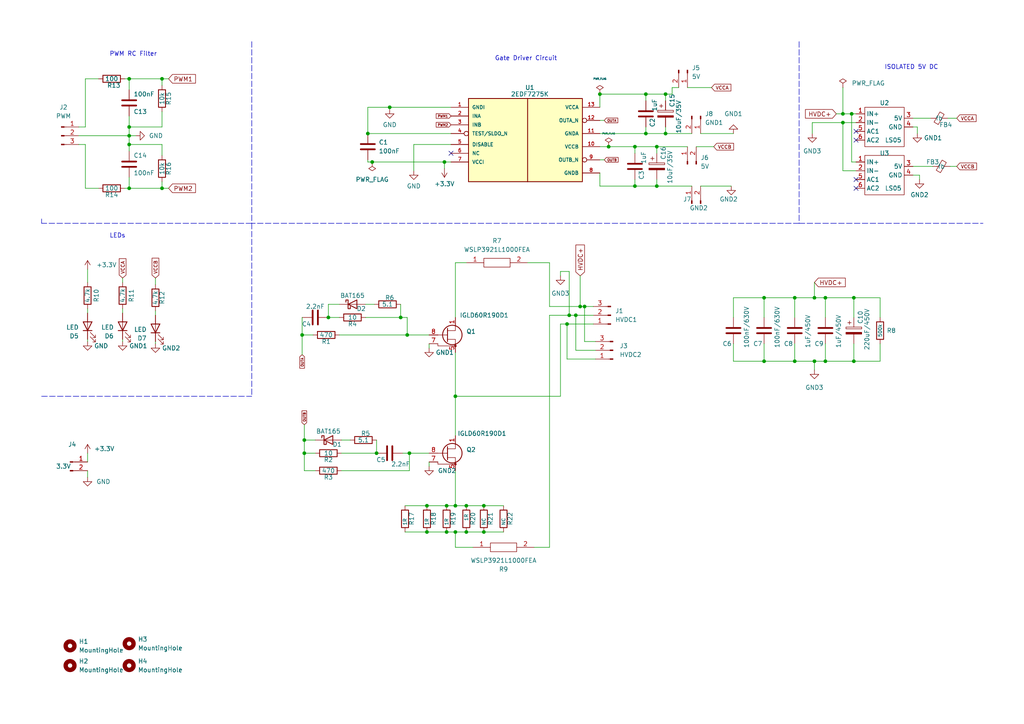
<source format=kicad_sch>
(kicad_sch (version 20211123) (generator eeschema)
  (paper "A4")
  (lib_symbols
    (symbol "2EDF7275K:2EDF7275K" (pin_names (offset 1.016))
      (property "Reference" "U1" (at 17.78 1.27 0))
      (property "Value" "2EDF7275K" (at 17.78 -0.635 0))
      (symbol "2EDF7275K_0_0"
        (rectangle (start 0 -1.905) (end 33.02 -26.035) (stroke (width 0.254)) (fill (type background)))
        (polyline (pts (xy 17.145 -1.905) (xy 17.145 -26.035)) (stroke (width 0.254)))
        (pin power_in line (at -5.08 -4.445 0) (length 5.08) (name "GNDI") (number "1"))
        (pin power_in line (at 38.1 -15.875 180) (length 5.08) (name "VCCB") (number "10"))
        (pin power_in line (at 38.1 -12.065 180) (length 5.08) (name "GNDA") (number "11"))
        (pin output inverted (at 38.1 -8.255 180) (length 5.08) (name "OUTA_N") (number "12"))
        (pin power_in line (at 38.1 -4.445 180) (length 5.08) (name "VCCA") (number "13"))
        (pin input line (at -5.08 -6.985 0) (length 5.08) (name "INA") (number "2"))
        (pin input line (at -5.08 -9.525 0) (length 5.08) (name "INB") (number "3"))
        (pin input inverted (at -5.08 -12.065 0) (length 5.08) (name "TEST/SLDO_N") (number "4"))
        (pin input line (at -5.08 -15.24 0) (length 5.08) (name "DISABLE") (number "5"))
        (pin passive line (at -5.08 -17.78 0) (length 5.08) (name "NC") (number "6"))
        (pin power_in line (at -5.08 -20.32 0) (length 5.08) (name "VCCI") (number "7"))
        (pin power_in line (at 38.1 -23.495 180) (length 5.08) (name "GNDB") (number "8"))
        (pin output inverted (at 38.1 -19.685 180) (length 5.08) (name "OUTB_N") (number "9"))
      )
    )
    (symbol "Connector:Conn_01x02_Male" (pin_names (offset 1.016) hide)
      (property "Reference" "J" (at 0 2.54 0))
      (property "Value" "Conn_01x02_Male" (at 0 -5.08 0))
      (symbol "Conn_01x02_Male_1_1"
        (polyline (pts (xy 1.27 -2.54) (xy 0.8636 -2.54)) (stroke (width 0.1524)))
        (polyline (pts (xy 1.27 0) (xy 0.8636 0)) (stroke (width 0.1524)))
        (rectangle (start 0.8636 -2.413) (end 0 -2.667) (stroke (width 0.1524)) (fill (type outline)))
        (rectangle (start 0.8636 0.127) (end 0 -0.127) (stroke (width 0.1524)) (fill (type outline)))
        (pin passive line (at 5.08 0 180) (length 3.81) (name "Pin_1") (number "1"))
        (pin passive line (at 5.08 -2.54 180) (length 3.81) (name "Pin_2") (number "2"))
      )
    )
    (symbol "Connector:Conn_01x03_Male" (pin_names (offset 1.016) hide)
      (property "Reference" "J" (at 0 5.08 0))
      (property "Value" "Conn_01x03_Male" (at 0 -5.08 0))
      (symbol "Conn_01x03_Male_1_1"
        (polyline (pts (xy 1.27 -2.54) (xy 0.8636 -2.54)) (stroke (width 0.1524)))
        (polyline (pts (xy 1.27 0) (xy 0.8636 0)) (stroke (width 0.1524)))
        (polyline (pts (xy 1.27 2.54) (xy 0.8636 2.54)) (stroke (width 0.1524)))
        (rectangle (start 0.8636 -2.413) (end 0 -2.667) (stroke (width 0.1524)) (fill (type outline)))
        (rectangle (start 0.8636 0.127) (end 0 -0.127) (stroke (width 0.1524)) (fill (type outline)))
        (rectangle (start 0.8636 2.667) (end 0 2.413) (stroke (width 0.1524)) (fill (type outline)))
        (pin passive line (at 5.08 2.54 180) (length 3.81) (name "Pin_1") (number "1"))
        (pin passive line (at 5.08 0 180) (length 3.81) (name "Pin_2") (number "2"))
        (pin passive line (at 5.08 -2.54 180) (length 3.81) (name "Pin_3") (number "3"))
      )
    )
    (symbol "DC-DC Powersupply:LS05"
      (property "Reference" "U" (at -5.08 6.35 0))
      (property "Value" "LS05" (at 3.175 -3.81 0))
      (symbol "LS05_0_1"
        (rectangle (start -5.715 5.715) (end 5.715 -5.715))
      )
      (symbol "LS05_1_1"
        (pin power_in line (at -8.255 3.81 0) (length 2.54) (name "IN+") (number "1"))
        (pin power_in line (at -8.255 1.27 0) (length 2.54) (name "IN-") (number "2"))
        (pin power_out line (at 8.255 2.54 180) (length 2.54) (name "5V") (number "3"))
        (pin power_out line (at 8.255 0 180) (length 2.54) (name "GND") (number "4"))
        (pin power_in line (at -8.255 -1.27 0) (length 2.54) (name "AC1") (number "5"))
        (pin power_in line (at -8.255 -3.81 0) (length 2.54) (name "AC2") (number "6"))
      )
    )
    (symbol "Device:C" (pin_numbers hide) (pin_names (offset 0.254))
      (property "Reference" "C" (at 0.635 2.54 0))
      (property "Value" "C" (at 0.635 -2.54 0))
      (symbol "C_0_1"
        (polyline (pts (xy -2.032 -0.762) (xy 2.032 -0.762)) (stroke (width 0.508)))
        (polyline (pts (xy -2.032 0.762) (xy 2.032 0.762)) (stroke (width 0.508)))
      )
      (symbol "C_1_1"
        (pin passive line (at 0 3.81 270) (length 2.794) (name "~") (number "1"))
        (pin passive line (at 0 -3.81 90) (length 2.794) (name "~") (number "2"))
      )
    )
    (symbol "Device:C_Polarized" (pin_numbers hide) (pin_names (offset 0.254))
      (property "Reference" "C" (at 0.635 2.54 0))
      (property "Value" "C_Polarized" (at 0.635 -2.54 0))
      (symbol "C_Polarized_0_1"
        (rectangle (start -2.286 0.508) (end 2.286 1.016))
        (polyline (pts (xy -1.778 2.286) (xy -0.762 2.286)))
        (polyline (pts (xy -1.27 2.794) (xy -1.27 1.778)))
        (rectangle (start 2.286 -0.508) (end -2.286 -1.016) (fill (type outline)))
      )
      (symbol "C_Polarized_1_1"
        (pin passive line (at 0 3.81 270) (length 2.794) (name "~") (number "1"))
        (pin passive line (at 0 -3.81 90) (length 2.794) (name "~") (number "2"))
      )
    )
    (symbol "Device:D_Schottky" (pin_numbers hide) (pin_names (offset 1.016) hide)
      (property "Reference" "D" (at 0 2.54 0))
      (property "Value" "D_Schottky" (at 0 -2.54 0))
      (symbol "D_Schottky_0_1"
        (polyline (pts (xy 1.27 0) (xy -1.27 0)))
        (polyline (pts (xy 1.27 1.27) (xy 1.27 -1.27) (xy -1.27 0) (xy 1.27 1.27)) (stroke (width 0.254)))
        (polyline (pts (xy -1.905 0.635) (xy -1.905 1.27) (xy -1.27 1.27) (xy -1.27 -1.27) (xy -0.635 -1.27) (xy -0.635 -0.635)) (stroke (width 0.254)))
      )
      (symbol "D_Schottky_1_1"
        (pin passive line (at -3.81 0 0) (length 2.54) (name "K") (number "1"))
        (pin passive line (at 3.81 0 180) (length 2.54) (name "A") (number "2"))
      )
    )
    (symbol "Device:FerriteBead_Small" (pin_numbers hide) (pin_names (offset 0))
      (property "Reference" "FB" (at 1.905 1.27 0))
      (property "Value" "FerriteBead_Small" (at 1.905 -1.27 0))
      (symbol "FerriteBead_Small_0_1"
        (polyline (pts (xy 0 -1.27) (xy 0 -0.7874)))
        (polyline (pts (xy 0 0.889) (xy 0 1.2954)))
        (polyline (pts (xy -1.8288 0.2794) (xy -1.1176 1.4986) (xy 1.8288 -0.2032) (xy 1.1176 -1.4224) (xy -1.8288 0.2794)))
      )
      (symbol "FerriteBead_Small_1_1"
        (pin passive line (at 0 2.54 270) (length 1.27) (name "~") (number "1"))
        (pin passive line (at 0 -2.54 90) (length 1.27) (name "~") (number "2"))
      )
    )
    (symbol "Device:LED" (pin_numbers hide) (pin_names (offset 1.016) hide)
      (property "Reference" "D" (at 0 2.54 0))
      (property "Value" "LED" (at 0 -2.54 0))
      (symbol "LED_0_1"
        (polyline (pts (xy -1.27 -1.27) (xy -1.27 1.27)) (stroke (width 0.254)))
        (polyline (pts (xy -1.27 0) (xy 1.27 0)))
        (polyline (pts (xy 1.27 -1.27) (xy 1.27 1.27) (xy -1.27 0) (xy 1.27 -1.27)) (stroke (width 0.254)))
        (polyline (pts (xy -3.048 -0.762) (xy -4.572 -2.286) (xy -3.81 -2.286) (xy -4.572 -2.286) (xy -4.572 -1.524)))
        (polyline (pts (xy -1.778 -0.762) (xy -3.302 -2.286) (xy -2.54 -2.286) (xy -3.302 -2.286) (xy -3.302 -1.524)))
      )
      (symbol "LED_1_1"
        (pin passive line (at -3.81 0 0) (length 2.54) (name "K") (number "1"))
        (pin passive line (at 3.81 0 180) (length 2.54) (name "A") (number "2"))
      )
    )
    (symbol "Device:R" (pin_numbers hide) (pin_names (offset 0))
      (property "Reference" "R" (at 2.032 0 90))
      (property "Value" "R" (at 0 0 90))
      (symbol "R_0_1"
        (rectangle (start -1.016 -2.54) (end 1.016 2.54) (stroke (width 0.254)))
      )
      (symbol "R_1_1"
        (pin passive line (at 0 3.81 270) (length 1.27) (name "~") (number "1"))
        (pin passive line (at 0 -3.81 90) (length 1.27) (name "~") (number "2"))
      )
    )
    (symbol "Mechanical:MountingHole" (pin_names (offset 1.016))
      (property "Reference" "H" (at 0 5.08 0))
      (property "Value" "MountingHole" (at 0 3.175 0))
      (symbol "MountingHole_0_1"
        (circle (center 0 0) (radius 1.27) (stroke (width 1.27)))
      )
    )
    (symbol "Transistor_FET:IGLD60R190D1" (pin_names (offset 0) hide)
      (property "Reference" "Q" (at 5.08 1.905 0))
      (property "Value" "IGLD60R190D1" (at 5.08 0 0))
      (symbol "IGLD60R190D1_0_1"
        (polyline (pts (xy -2.54 0) (xy 0.254 0)))
        (polyline (pts (xy -2.54 -2.54) (xy -2.54 -3.175) (xy 2.54 -3.175)))
        (polyline (pts (xy 0.254 -1.27) (xy 2.54 -1.27) (xy 2.54 -2.54)))
        (polyline (pts (xy 0.254 1.905) (xy 0.254 -1.905) (xy 0.254 -1.905)) (stroke (width 0.254)))
        (polyline (pts (xy 2.54 2.54) (xy 2.54 1.27) (xy 0.254 1.27)))
        (circle (center 1.651 0) (radius 2.8194) (stroke (width 0.254)))
        (circle (center 2.54 -3.175) (radius 0.2794) (fill (type outline)))
      )
      (symbol "IGLD60R190D1_1_1"
        (pin passive line (at 2.54 5.08 270) (length 2.54) (name "D") (number "1"))
        (pin passive line (at 2.54 5.08 270) (length 2.54) hide (name "D") (number "2"))
        (pin passive line (at 2.54 5.08 270) (length 2.54) hide (name "D") (number "3"))
        (pin passive line (at 2.54 5.08 270) (length 2.54) hide (name "D") (number "4"))
        (pin passive line (at 2.54 -5.08 90) (length 2.54) (name "S") (number "5"))
        (pin passive line (at 2.54 -5.08 90) (length 2.54) hide (name "S") (number "6"))
        (pin passive line (at -5.08 -2.54 0) (length 2.54) (name "SS") (number "7"))
        (pin input line (at -5.08 0 0) (length 2.54) (name "G") (number "8"))
        (pin passive line (at 2.54 -5.08 90) (length 2.54) hide (name "S") (number "9"))
      )
    )
    (symbol "WSLP3921L1000FEA:WSLP3921L1000FEA" (pin_names (offset 0.762))
      (property "Reference" "R" (at 13.97 6.35 0))
      (property "Value" "WSLP3921L1000FEA" (at 13.97 3.81 0))
      (symbol "WSLP3921L1000FEA_0_0"
        (pin passive line (at 0 0 0) (length 5.08) (name "~") (number "1"))
        (pin passive line (at 17.78 0 180) (length 5.08) (name "~") (number "2"))
      )
      (symbol "WSLP3921L1000FEA_0_1"
        (polyline (pts (xy 5.08 1.27) (xy 12.7 1.27) (xy 12.7 -1.27) (xy 5.08 -1.27) (xy 5.08 1.27)) (stroke (width 0.1524)))
      )
    )
    (symbol "power:+3.3V" (power) (pin_names (offset 0))
      (property "Value" "+3.3V" (at 0 3.556 0))
      (symbol "+3.3V_0_1"
        (polyline (pts (xy -0.762 1.27) (xy 0 2.54)))
        (polyline (pts (xy 0 0) (xy 0 2.54)))
        (polyline (pts (xy 0 2.54) (xy 0.762 1.27)))
      )
      (symbol "+3.3V_1_1"
        (pin power_in line (at 0 0 90) (length 0) hide (name "+3.3V") (number "1"))
      )
    )
    (symbol "power:GND" (power) (pin_names (offset 0))
      (property "Value" "GND" (at 0 -3.81 0))
      (symbol "GND_0_1"
        (polyline (pts (xy 0 0) (xy 0 -1.27) (xy 1.27 -1.27) (xy 0 -2.54) (xy -1.27 -1.27) (xy 0 -1.27)))
      )
      (symbol "GND_1_1"
        (pin power_in line (at 0 0 270) (length 0) hide (name "GND") (number "1"))
      )
    )
    (symbol "power:GND1" (power) (pin_names (offset 0))
      (property "Value" "GND1" (at 0 -3.81 0))
      (symbol "GND1_0_1"
        (polyline (pts (xy 0 0) (xy 0 -1.27) (xy 1.27 -1.27) (xy 0 -2.54) (xy -1.27 -1.27) (xy 0 -1.27)))
      )
      (symbol "GND1_1_1"
        (pin power_in line (at 0 0 270) (length 0) hide (name "GND1") (number "1"))
      )
    )
    (symbol "power:GND2" (power) (pin_names (offset 0))
      (property "Value" "GND2" (at 0 -3.81 0))
      (symbol "GND2_0_1"
        (polyline (pts (xy 0 0) (xy 0 -1.27) (xy 1.27 -1.27) (xy 0 -2.54) (xy -1.27 -1.27) (xy 0 -1.27)))
      )
      (symbol "GND2_1_1"
        (pin power_in line (at 0 0 270) (length 0) hide (name "GND2") (number "1"))
      )
    )
    (symbol "power:GND3" (power) (pin_names (offset 0))
      (property "Value" "GND3" (at 0 -3.81 0))
      (symbol "GND3_0_1"
        (polyline (pts (xy 0 0) (xy 0 -1.27) (xy 1.27 -1.27) (xy 0 -2.54) (xy -1.27 -1.27) (xy 0 -1.27)))
      )
      (symbol "GND3_1_1"
        (pin power_in line (at 0 0 270) (length 0) hide (name "GND3") (number "1"))
      )
    )
    (symbol "power:PWR_FLAG" (power) (pin_numbers hide) (pin_names (offset 0) hide)
      (property "Value" "PWR_FLAG" (at 0 3.81 0))
      (symbol "PWR_FLAG_0_0"
        (pin power_out line (at 0 0 90) (length 0) (name "pwr") (number "1"))
      )
      (symbol "PWR_FLAG_0_1"
        (polyline (pts (xy 0 0) (xy 0 1.27) (xy -1.016 1.905) (xy 0 2.54) (xy 1.016 1.905) (xy 0 1.27)))
      )
    )
  )
  (junction (at 193.04 27.305))
  (junction (at 88.265 127.635))
  (junction (at 247.65 104.775))
  (junction (at 37.465 54.61))
  (junction (at 109.22 131.445))
  (junction (at 140.335 146.685))
  (junction (at 169.545 88.9))
  (junction (at 230.505 104.775))
  (junction (at 187.325 27.305))
  (junction (at 236.22 86.36))
  (junction (at 116.205 92.075))
  (junction (at 106.68 38.735))
  (junction (at 230.505 86.36))
  (junction (at 129.54 154.305))
  (junction (at 190.5 53.975))
  (junction (at 165.1 91.44))
  (junction (at 88.265 131.445))
  (junction (at 37.465 41.91))
  (junction (at 184.15 42.545))
  (junction (at 236.22 104.775))
  (junction (at 140.335 154.305))
  (junction (at 184.15 53.975))
  (junction (at 135.255 146.685))
  (junction (at 46.99 22.86))
  (junction (at 168.275 88.9))
  (junction (at 244.475 35.56))
  (junction (at 135.255 154.305))
  (junction (at 132.08 114.935))
  (junction (at 113.03 31.115))
  (junction (at 87.63 97.155))
  (junction (at 46.99 54.61))
  (junction (at 132.08 154.305))
  (junction (at 37.465 36.83))
  (junction (at 239.395 86.36))
  (junction (at 107.95 46.99))
  (junction (at 118.11 97.155))
  (junction (at 123.825 146.685))
  (junction (at 173.99 27.305))
  (junction (at 193.04 38.735))
  (junction (at 244.475 33.02))
  (junction (at 123.825 154.305))
  (junction (at 118.745 131.445))
  (junction (at 239.395 104.775))
  (junction (at 164.465 93.98))
  (junction (at 37.465 39.37))
  (junction (at 37.465 22.86))
  (junction (at 167.005 91.44))
  (junction (at 247.015 33.02))
  (junction (at 95.25 92.075))
  (junction (at 132.08 146.685))
  (junction (at 190.5 42.545))
  (junction (at 129.54 146.685))
  (junction (at 247.65 86.36))
  (junction (at 221.615 104.775))
  (junction (at 221.615 86.36))
  (junction (at 176.53 42.545))
  (junction (at 187.325 38.735))
  (junction (at 128.905 46.99))
  (no_connect (at 130.81 44.45))
  (no_connect (at 248.285 54.61))
  (no_connect (at 248.285 52.07))
  (no_connect (at 248.285 40.64))
  (no_connect (at 248.285 38.1))
  (wire (pts (xy 95.25 88.265) (xy 98.425 88.265)))
  (wire (pts (xy 24.765 54.61) (xy 24.765 41.91)))
  (wire (pts (xy 46.99 22.86) (xy 48.895 22.86)))
  (wire (pts (xy 164.465 93.98) (xy 172.085 93.98)))
  (polyline (pts (xy 12.065 114.935) (xy 73.025 114.935)))
  (wire (pts (xy 45.085 90.17) (xy 45.085 91.44)))
  (wire (pts (xy 106.68 38.735) (xy 130.81 38.735)))
  (wire (pts (xy 193.04 36.83) (xy 193.04 38.735)))
  (wire (pts (xy 187.325 29.21) (xy 187.325 27.305)))
  (wire (pts (xy 190.5 42.545) (xy 199.39 42.545)))
  (wire (pts (xy 99.06 131.445) (xy 109.22 131.445)))
  (wire (pts (xy 132.08 102.235) (xy 132.08 114.935)))
  (wire (pts (xy 172.72 99.06) (xy 169.545 99.06)))
  (wire (pts (xy 113.03 31.75) (xy 113.03 31.115)))
  (wire (pts (xy 248.285 49.53) (xy 244.475 49.53)))
  (polyline (pts (xy 231.775 64.77) (xy 285.115 64.77)))
  (wire (pts (xy 236.22 104.775) (xy 236.22 107.315)))
  (wire (pts (xy 173.99 46.355) (xy 175.26 46.355)))
  (wire (pts (xy 239.395 86.36) (xy 236.22 86.36)))
  (wire (pts (xy 24.765 22.86) (xy 28.575 22.86)))
  (wire (pts (xy 264.795 34.29) (xy 269.875 34.29)))
  (wire (pts (xy 124.46 135.255) (xy 124.46 133.985)))
  (wire (pts (xy 169.545 99.06) (xy 169.545 88.9)))
  (polyline (pts (xy 231.775 12.065) (xy 231.775 64.77)))
  (wire (pts (xy 212.725 92.075) (xy 212.725 86.36)))
  (wire (pts (xy 247.015 46.99) (xy 247.015 33.02)))
  (wire (pts (xy 168.275 80.01) (xy 168.275 88.9)))
  (wire (pts (xy 184.15 42.545) (xy 190.5 42.545)))
  (wire (pts (xy 221.615 86.36) (xy 221.615 92.075)))
  (wire (pts (xy 193.04 27.305) (xy 194.945 27.305)))
  (wire (pts (xy 120.015 41.91) (xy 120.015 49.53)))
  (wire (pts (xy 128.905 48.895) (xy 128.905 46.99)))
  (wire (pts (xy 173.99 31.115) (xy 173.99 27.305)))
  (wire (pts (xy 274.955 34.29) (xy 277.495 34.29)))
  (wire (pts (xy 168.275 88.9) (xy 169.545 88.9)))
  (wire (pts (xy 37.465 41.91) (xy 37.465 43.815)))
  (wire (pts (xy 193.04 38.735) (xy 200.66 38.735)))
  (wire (pts (xy 173.99 34.925) (xy 175.26 34.925)))
  (wire (pts (xy 230.505 86.36) (xy 230.505 92.075)))
  (wire (pts (xy 212.725 104.775) (xy 212.725 99.695)))
  (wire (pts (xy 106.68 31.115) (xy 113.03 31.115)))
  (wire (pts (xy 162.56 114.935) (xy 162.56 93.98)))
  (wire (pts (xy 176.53 42.545) (xy 184.15 42.545)))
  (wire (pts (xy 221.615 104.775) (xy 212.725 104.775)))
  (wire (pts (xy 46.99 24.765) (xy 46.99 22.86)))
  (wire (pts (xy 24.765 36.83) (xy 24.765 22.86)))
  (wire (pts (xy 113.03 31.115) (xy 130.81 31.115)))
  (wire (pts (xy 244.475 33.02) (xy 247.015 33.02)))
  (wire (pts (xy 37.465 22.86) (xy 37.465 26.035)))
  (wire (pts (xy 106.045 92.075) (xy 116.205 92.075)))
  (wire (pts (xy 203.2 53.975) (xy 212.09 53.975)))
  (wire (pts (xy 247.65 99.695) (xy 247.65 104.775)))
  (wire (pts (xy 35.56 80.645) (xy 35.56 81.915)))
  (wire (pts (xy 173.99 42.545) (xy 176.53 42.545)))
  (wire (pts (xy 87.63 97.155) (xy 87.63 92.075)))
  (wire (pts (xy 118.745 131.445) (xy 124.46 131.445)))
  (wire (pts (xy 221.615 99.695) (xy 221.615 104.775)))
  (polyline (pts (xy 73.025 64.77) (xy 73.025 114.935)))
  (wire (pts (xy 173.99 38.735) (xy 187.325 38.735)))
  (wire (pts (xy 98.425 92.075) (xy 95.25 92.075)))
  (wire (pts (xy 164.465 104.14) (xy 164.465 93.98)))
  (wire (pts (xy 247.65 86.36) (xy 239.395 86.36)))
  (wire (pts (xy 255.27 86.36) (xy 247.65 86.36)))
  (wire (pts (xy 90.805 97.155) (xy 87.63 97.155)))
  (wire (pts (xy 244.475 35.56) (xy 248.285 35.56)))
  (wire (pts (xy 162.56 78.74) (xy 162.56 80.01)))
  (wire (pts (xy 116.84 131.445) (xy 118.745 131.445)))
  (wire (pts (xy 132.08 154.305) (xy 135.255 154.305)))
  (wire (pts (xy 46.99 45.085) (xy 46.99 41.91)))
  (wire (pts (xy 88.265 123.19) (xy 88.265 127.635)))
  (wire (pts (xy 117.475 154.305) (xy 123.825 154.305)))
  (wire (pts (xy 140.335 146.685) (xy 146.05 146.685)))
  (wire (pts (xy 132.08 114.935) (xy 132.08 126.365)))
  (wire (pts (xy 184.15 52.07) (xy 184.15 53.975)))
  (wire (pts (xy 173.99 27.305) (xy 187.325 27.305)))
  (wire (pts (xy 230.505 99.695) (xy 230.505 104.775)))
  (wire (pts (xy 266.7 50.8) (xy 266.7 52.07)))
  (wire (pts (xy 244.475 25.4) (xy 244.475 33.02)))
  (wire (pts (xy 159.385 76.2) (xy 159.385 88.9)))
  (wire (pts (xy 22.86 36.83) (xy 24.765 36.83)))
  (wire (pts (xy 129.54 146.685) (xy 132.08 146.685)))
  (wire (pts (xy 35.56 99.06) (xy 35.56 98.425)))
  (polyline (pts (xy 231.775 64.77) (xy 73.025 64.77)))
  (wire (pts (xy 37.465 33.655) (xy 37.465 36.83)))
  (wire (pts (xy 22.86 41.91) (xy 24.765 41.91)))
  (wire (pts (xy 247.65 104.775) (xy 255.27 104.775)))
  (wire (pts (xy 99.06 127.635) (xy 101.6 127.635)))
  (wire (pts (xy 118.11 97.155) (xy 124.46 97.155)))
  (wire (pts (xy 203.2 38.735) (xy 212.725 38.735)))
  (wire (pts (xy 25.4 78.105) (xy 25.4 81.915)))
  (wire (pts (xy 135.255 146.685) (xy 140.335 146.685)))
  (wire (pts (xy 190.5 52.07) (xy 190.5 53.975)))
  (wire (pts (xy 36.195 54.61) (xy 37.465 54.61)))
  (wire (pts (xy 135.255 154.305) (xy 140.335 154.305)))
  (wire (pts (xy 46.99 54.61) (xy 37.465 54.61)))
  (wire (pts (xy 173.99 50.165) (xy 173.99 53.975)))
  (wire (pts (xy 91.44 131.445) (xy 88.265 131.445)))
  (wire (pts (xy 264.795 36.83) (xy 266.065 36.83)))
  (wire (pts (xy 173.99 53.975) (xy 184.15 53.975)))
  (wire (pts (xy 46.99 32.385) (xy 46.99 36.83)))
  (wire (pts (xy 184.15 53.975) (xy 190.5 53.975)))
  (wire (pts (xy 132.08 154.305) (xy 132.08 158.75)))
  (wire (pts (xy 46.99 22.86) (xy 37.465 22.86)))
  (wire (pts (xy 132.08 114.935) (xy 162.56 114.935)))
  (wire (pts (xy 22.86 39.37) (xy 37.465 39.37)))
  (wire (pts (xy 37.465 54.61) (xy 37.465 51.435)))
  (wire (pts (xy 87.63 102.87) (xy 87.63 97.155)))
  (wire (pts (xy 106.68 46.99) (xy 107.95 46.99)))
  (wire (pts (xy 242.57 33.02) (xy 244.475 33.02)))
  (wire (pts (xy 165.1 78.74) (xy 165.1 91.44)))
  (wire (pts (xy 128.905 46.99) (xy 130.81 46.99)))
  (wire (pts (xy 199.39 25.4) (xy 206.375 25.4)))
  (wire (pts (xy 109.22 131.445) (xy 109.22 127.635)))
  (wire (pts (xy 106.68 46.355) (xy 106.68 46.99)))
  (wire (pts (xy 132.08 136.525) (xy 132.08 146.685)))
  (polyline (pts (xy 73.025 64.77) (xy 12.065 64.77)))
  (wire (pts (xy 255.27 99.695) (xy 255.27 104.775)))
  (wire (pts (xy 25.4 131.445) (xy 25.4 133.985)))
  (wire (pts (xy 132.08 146.685) (xy 135.255 146.685)))
  (wire (pts (xy 37.465 36.83) (xy 37.465 39.37)))
  (wire (pts (xy 230.505 104.775) (xy 221.615 104.775)))
  (wire (pts (xy 46.99 54.61) (xy 48.895 54.61)))
  (wire (pts (xy 159.385 88.9) (xy 168.275 88.9)))
  (wire (pts (xy 45.085 99.695) (xy 45.085 99.06)))
  (wire (pts (xy 140.335 154.305) (xy 146.05 154.305)))
  (wire (pts (xy 46.99 36.83) (xy 37.465 36.83)))
  (wire (pts (xy 159.385 91.44) (xy 165.1 91.44)))
  (wire (pts (xy 25.4 89.535) (xy 25.4 90.805)))
  (wire (pts (xy 37.465 39.37) (xy 39.37 39.37)))
  (wire (pts (xy 190.5 44.45) (xy 190.5 42.545)))
  (wire (pts (xy 193.04 29.21) (xy 193.04 27.305)))
  (wire (pts (xy 99.06 136.525) (xy 118.745 136.525)))
  (wire (pts (xy 235.585 35.56) (xy 235.585 38.735)))
  (wire (pts (xy 106.68 31.115) (xy 106.68 38.735)))
  (wire (pts (xy 132.08 158.75) (xy 137.16 158.75)))
  (wire (pts (xy 159.385 91.44) (xy 159.385 158.75)))
  (wire (pts (xy 88.265 136.525) (xy 88.265 131.445)))
  (wire (pts (xy 236.22 104.775) (xy 239.395 104.775)))
  (wire (pts (xy 194.945 25.4) (xy 196.85 25.4)))
  (wire (pts (xy 46.99 41.91) (xy 37.465 41.91)))
  (wire (pts (xy 239.395 99.695) (xy 239.395 104.775)))
  (wire (pts (xy 124.46 100.965) (xy 124.46 99.695)))
  (wire (pts (xy 116.205 92.075) (xy 116.205 88.265)))
  (wire (pts (xy 91.44 136.525) (xy 88.265 136.525)))
  (wire (pts (xy 184.15 42.545) (xy 184.15 44.45)))
  (wire (pts (xy 118.11 97.155) (xy 118.11 92.075)))
  (wire (pts (xy 129.54 154.305) (xy 132.08 154.305)))
  (wire (pts (xy 194.945 25.4) (xy 194.945 27.305)))
  (wire (pts (xy 28.575 54.61) (xy 24.765 54.61)))
  (wire (pts (xy 117.475 146.685) (xy 123.825 146.685)))
  (wire (pts (xy 190.5 53.975) (xy 200.66 53.975)))
  (wire (pts (xy 255.27 92.075) (xy 255.27 86.36)))
  (wire (pts (xy 153.035 76.2) (xy 159.385 76.2)))
  (wire (pts (xy 247.65 86.36) (xy 247.65 92.075)))
  (wire (pts (xy 248.285 46.99) (xy 247.015 46.99)))
  (wire (pts (xy 46.99 52.705) (xy 46.99 54.61)))
  (wire (pts (xy 95.25 92.075) (xy 95.25 88.265)))
  (wire (pts (xy 169.545 88.9) (xy 172.085 88.9)))
  (wire (pts (xy 239.395 86.36) (xy 239.395 92.075)))
  (wire (pts (xy 37.465 41.91) (xy 37.465 39.37)))
  (wire (pts (xy 236.22 81.915) (xy 236.22 86.36)))
  (wire (pts (xy 165.1 91.44) (xy 167.005 91.44)))
  (wire (pts (xy 172.72 101.6) (xy 167.005 101.6)))
  (wire (pts (xy 264.795 50.8) (xy 266.7 50.8)))
  (wire (pts (xy 236.22 86.36) (xy 230.505 86.36)))
  (wire (pts (xy 235.585 35.56) (xy 244.475 35.56)))
  (wire (pts (xy 123.825 146.685) (xy 129.54 146.685)))
  (wire (pts (xy 25.4 99.06) (xy 25.4 98.425)))
  (wire (pts (xy 35.56 89.535) (xy 35.56 90.805)))
  (wire (pts (xy 132.08 76.2) (xy 132.08 92.075)))
  (wire (pts (xy 212.725 86.36) (xy 221.615 86.36)))
  (wire (pts (xy 247.015 33.02) (xy 248.285 33.02)))
  (wire (pts (xy 36.195 22.86) (xy 37.465 22.86)))
  (wire (pts (xy 88.265 127.635) (xy 91.44 127.635)))
  (wire (pts (xy 187.325 27.305) (xy 193.04 27.305)))
  (wire (pts (xy 118.11 92.075) (xy 116.205 92.075)))
  (wire (pts (xy 230.505 104.775) (xy 236.22 104.775)))
  (wire (pts (xy 165.1 78.74) (xy 162.56 78.74)))
  (wire (pts (xy 167.005 91.44) (xy 172.085 91.44)))
  (polyline (pts (xy 12.065 63.5) (xy 12.065 64.77)))
  (wire (pts (xy 120.015 41.91) (xy 130.81 41.91)))
  (wire (pts (xy 118.745 136.525) (xy 118.745 131.445)))
  (wire (pts (xy 172.72 104.14) (xy 164.465 104.14)))
  (wire (pts (xy 106.045 88.265) (xy 108.585 88.265)))
  (wire (pts (xy 266.065 36.83) (xy 266.065 38.735)))
  (wire (pts (xy 275.59 48.26) (xy 277.495 48.26)))
  (wire (pts (xy 207.01 42.545) (xy 201.93 42.545)))
  (wire (pts (xy 187.325 36.83) (xy 187.325 38.735)))
  (wire (pts (xy 167.005 101.6) (xy 167.005 91.44)))
  (wire (pts (xy 187.325 38.735) (xy 193.04 38.735)))
  (wire (pts (xy 107.95 46.99) (xy 128.905 46.99)))
  (wire (pts (xy 154.94 158.75) (xy 159.385 158.75)))
  (wire (pts (xy 264.795 48.26) (xy 270.51 48.26)))
  (polyline (pts (xy 73.025 12.065) (xy 73.025 64.77)))
  (wire (pts (xy 244.475 49.53) (xy 244.475 35.56)))
  (wire (pts (xy 98.425 97.155) (xy 118.11 97.155)))
  (wire (pts (xy 25.4 138.43) (xy 25.4 136.525)))
  (wire (pts (xy 239.395 104.775) (xy 247.65 104.775)))
  (wire (pts (xy 230.505 86.36) (xy 221.615 86.36)))
  (wire (pts (xy 88.265 131.445) (xy 88.265 127.635)))
  (wire (pts (xy 132.08 76.2) (xy 135.255 76.2)))
  (wire (pts (xy 162.56 93.98) (xy 164.465 93.98)))
  (wire (pts (xy 123.825 154.305) (xy 129.54 154.305)))
  (wire (pts (xy 45.085 80.645) (xy 45.085 82.55)))
  (text "LEDs" (at 31.75 69.215 0) (effects (font (size 1.27 1.27)) (justify left bottom)))
  (text "ISOLATED 5V DC" (at 256.54 20.32 0) (effects (font (size 1.27 1.27)) (justify left bottom)))
  (text "PWM RC Filter" (at 31.75 16.51 0) (effects (font (size 1.27 1.27)) (justify left bottom)))
  (text "Gate Driver Circuit" (at 143.51 17.78 0) (effects (font (size 1.27 1.27)) (justify left bottom)))
  (global_label "VCCA" (shape input) (at 277.495 34.29 0) (effects (font (size 1 1))) (property "Intersheet References" "${INTERSHEET_REFS}" (effects hide)))
  (global_label "HVDC+" (shape input) (at 168.275 80.01 90) (property "Intersheet References" "${INTERSHEET_REFS}" (effects hide)))
  (global_label "VCCB" (shape input) (at 277.495 48.26 0) (effects (font (size 1 1))) (property "Intersheet References" "${INTERSHEET_REFS}" (effects hide)))
  (global_label "PWM1" (shape input) (at 48.895 22.86 0) (property "Intersheet References" "${INTERSHEET_REFS}" (effects hide)))
  (global_label "PWM2" (shape input) (at 48.895 54.61 0) (property "Intersheet References" "${INTERSHEET_REFS}" (effects hide)))
  (global_label "VCCA" (shape input) (at 35.56 80.645 90) (effects (font (size 1 1))) (property "Intersheet References" "${INTERSHEET_REFS}" (effects hide)))
  (global_label "PWM2" (shape input) (at 130.81 36.195 180) (effects (font (size 0.7 0.7))) (property "Intersheet References" "${INTERSHEET_REFS}" (effects hide)))
  (global_label "OUTB" (shape input) (at 175.26 46.355 0) (effects (font (size 0.7 0.7))) (property "Intersheet References" "${INTERSHEET_REFS}" (effects hide)))
  (global_label "VCCA" (shape input) (at 206.375 25.4 0) (effects (font (size 1 1))) (property "Intersheet References" "${INTERSHEET_REFS}" (effects hide)))
  (global_label "OUTA" (shape input) (at 87.63 102.87 270) (effects (font (size 0.7 0.7))) (property "Intersheet References" "${INTERSHEET_REFS}" (effects hide)))
  (global_label "VCCB" (shape input) (at 45.085 80.645 90) (effects (font (size 1 1))) (property "Intersheet References" "${INTERSHEET_REFS}" (effects hide)))
  (global_label "OUTB" (shape input) (at 88.265 123.19 90) (effects (font (size 0.7 0.7))) (property "Intersheet References" "${INTERSHEET_REFS}" (effects hide)))
  (global_label "HVDC+" (shape input) (at 242.57 33.02 180) (property "Intersheet References" "${INTERSHEET_REFS}" (effects hide)))
  (global_label "OUTA" (shape input) (at 175.26 34.925 0) (effects (font (size 0.7 0.7))) (property "Intersheet References" "${INTERSHEET_REFS}" (effects hide)))
  (global_label "VCCB" (shape input) (at 207.01 42.545 0) (effects (font (size 1 1))) (property "Intersheet References" "${INTERSHEET_REFS}" (effects hide)))
  (global_label "HVDC+" (shape input) (at 236.22 81.915 0) (property "Intersheet References" "${INTERSHEET_REFS}" (effects hide)))
  (global_label "PWM1" (shape input) (at 130.81 33.655 180) (effects (font (size 0.7 0.7))) (property "Intersheet References" "${INTERSHEET_REFS}" (effects hide)))
  (symbol (lib_id "Connector:Conn_01x03_Male") (at 177.8 101.6 180) (unit 1)
    (property "Reference" "J3" (at 179.705 100.3299 0) (effects (justify right)))
    (property "Value" "HVDC2" (at 179.705 102.8699 0) (effects (justify right)))
    (property "Footprint" "Connector_Molex:Molex_KK-396_A-41791-0003_1x03_P3.96mm_Vertical" (effects hide))
  )
  (symbol (lib_id "DC-DC Powersupply:LS05") (at 256.54 36.83 0) (unit 1)
    (property "Reference" "U2" (at 256.54 29.845 0))
    (property "Value" "LS05" (at 259.08 40.64 0))
  )
  (symbol (lib_id "power:GND2") (at 266.7 52.07 0) (unit 1)
    (property "Reference" "#PWR05" (effects hide))
    (property "Value" "GND2" (at 266.7 56.515 0))
  )
  (symbol (lib_id "Device:R") (at 95.25 136.525 90) (unit 1)
    (property "Reference" "R3" (at 95.25 138.43 90))
    (property "Value" "470" (at 95.25 136.525 90))
    (property "Footprint" "Resistor_SMD:R_0805_2012Metric" (effects hide))
  )
  (symbol (lib_id "power:PWR_FLAG") (at 173.99 27.305 0) (unit 1)
    (property "Reference" "#FLG0102" (effects hide))
    (property "Value" "PWR_FLAG" (at 173.99 22.86 0) (effects (font (size 0.5 0.5))))
  )
  (symbol (lib_id "Connector:Conn_01x02_Male") (at 199.39 20.32 270) (unit 1)
    (property "Reference" "J5" (at 200.66 19.6849 90) (effects (justify left)))
    (property "Value" "5V" (at 200.66 22.2249 90) (effects (justify left)))
  )
  (symbol (lib_id "Device:R") (at 123.825 150.495 0) (unit 1)
    (property "Reference" "R18" (at 125.73 152.4 90) (effects (justify left)))
    (property "Value" "1R" (at 123.825 152.4 90) (effects (font (size 1 1)) (justify left)))
  )
  (symbol (lib_id "power:PWR_FLAG") (at 107.95 46.99 180) (unit 1)
    (property "Reference" "#FLG01" (effects hide))
    (property "Value" "PWR_FLAG" (at 107.95 52.07 0))
  )
  (symbol (lib_id "Device:R") (at 45.085 86.36 180) (unit 1)
    (property "Reference" "R12" (at 46.99 86.36 90))
    (property "Value" "4.7k" (at 45.085 86.36 90))
    (property "Footprint" "Resistor_SMD:R_0805_2012Metric" (effects hide))
  )
  (symbol (lib_id "Device:R") (at 94.615 97.155 90) (unit 1)
    (property "Reference" "R1" (at 94.615 99.06 90))
    (property "Value" "470" (at 94.615 97.155 90))
    (property "Footprint" "Resistor_SMD:R_0805_2012Metric" (effects hide))
  )
  (symbol (lib_id "power:GND") (at 120.015 49.53 0) (unit 1)
    (property "Reference" "#PWR0101" (effects hide))
    (property "Value" "GND" (at 120.015 53.975 0))
  )
  (symbol (lib_id "power:GND") (at 25.4 138.43 0) (unit 1)
    (property "Reference" "#PWR08" (effects hide))
    (property "Value" "GND" (at 27.94 139.6999 0) (effects (justify left)))
  )
  (symbol (lib_id "Device:C") (at 230.505 95.885 0) (unit 1)
    (property "Reference" "C8" (at 227.33 99.695 0) (effects (justify left)))
    (property "Value" "1uF/450V" (at 234.315 100.965 90) (effects (justify left)))
  )
  (symbol (lib_id "Device:C_Polarized") (at 247.65 95.885 0) (unit 1)
    (property "Reference" "C10" (at 249.555 93.98 90) (effects (justify left)))
    (property "Value" "220uF/450V" (at 251.46 101.6 90) (effects (justify left)))
    (property "Footprint" "Capacitor_SMD:CP_Elec_4x5.8" (effects hide))
  )
  (symbol (lib_id "Connector:Conn_01x02_Male") (at 199.39 47.625 90) (unit 1)
    (property "Reference" "J6" (at 203.2 45.7199 90) (effects (justify right)))
    (property "Value" "5V" (at 203.2 48.2599 90) (effects (justify right)))
  )
  (symbol (lib_id "Device:C") (at 239.395 95.885 0) (unit 1)
    (property "Reference" "C9" (at 236.22 99.695 0) (effects (justify left)))
    (property "Value" "1uF/450V" (at 243.205 100.965 90) (effects (justify left)))
  )
  (symbol (lib_id "Device:R") (at 35.56 85.725 180) (unit 1)
    (property "Reference" "R11" (at 38.1 85.725 90))
    (property "Value" "4.7k" (at 35.56 85.725 90))
    (property "Footprint" "Resistor_SMD:R_0805_2012Metric" (effects hide))
  )
  (symbol (lib_id "Device:LED") (at 35.56 94.615 90) (unit 1)
    (property "Reference" "D6" (at 33.02 97.4726 90) (effects (justify left)))
    (property "Value" "LED" (at 33.02 94.9326 90) (effects (justify left)))
    (property "Footprint" "LED_SMD:LED_0805_2012Metric" (effects hide))
  )
  (symbol (lib_id "Device:C") (at 187.325 33.02 180) (unit 1)
    (property "Reference" "C2" (at 189.23 35.56 90))
    (property "Value" "1uF" (at 189.865 30.48 90))
    (property "Footprint" "Capacitor_SMD:C_0805_2012Metric" (effects hide))
  )
  (symbol (lib_id "power:+3.3V") (at 25.4 78.105 0) (unit 1)
    (property "Reference" "#PWR0108" (effects hide))
    (property "Value" "+3.3V" (at 27.94 76.8349 0) (effects (justify left)))
  )
  (symbol (lib_id "Device:FerriteBead_Small") (at 273.05 48.26 90) (unit 1)
    (property "Reference" "FB3" (at 270.51 46.99 90))
    (property "Value" "fb" (at 273.05 48.26 90))
    (property "Footprint" "Resistor_SMD:R_0805_2012Metric" (effects hide))
  )
  (symbol (lib_id "Connector:Conn_01x03_Male") (at 17.78 39.37 0) (unit 1)
    (property "Reference" "J2" (at 18.415 31.115 0))
    (property "Value" "PWM" (at 18.415 33.655 0))
    (property "Footprint" "Connector_Molex:Molex_KK-254_AE-6410-03A_1x03_P2.54mm_Vertical" (effects hide))
  )
  (symbol (lib_id "Device:C") (at 113.03 131.445 90) (unit 1)
    (property "Reference" "C5" (at 110.49 133.35 90))
    (property "Value" "2.2nF" (at 116.205 134.62 90))
    (property "Footprint" "Capacitor_SMD:C_0805_2012Metric" (effects hide))
  )
  (symbol (lib_id "Connector:Conn_01x02_Male") (at 203.2 33.655 270) (unit 1)
    (property "Reference" "J8" (at 204.47 33.0199 90) (effects (justify left)))
    (property "Value" "GND1" (at 204.47 35.5599 90) (effects (justify left)))
  )
  (symbol (lib_id "Device:R") (at 255.27 95.885 0) (unit 1)
    (property "Reference" "R8" (at 257.175 95.885 0) (effects (justify left)))
    (property "Value" "500k" (at 255.27 97.79 90) (effects (font (size 1 1)) (justify left)))
  )
  (symbol (lib_id "power:GND1") (at 266.065 38.735 0) (unit 1)
    (property "Reference" "#PWR04" (effects hide))
    (property "Value" "GND1" (at 267.97 40.0049 0) (effects (justify left)))
  )
  (symbol (lib_id "power:GND3") (at 235.585 38.735 0) (unit 1)
    (property "Reference" "#PWR0103" (effects hide))
    (property "Value" "GND3" (at 235.585 43.815 0))
  )
  (symbol (lib_id "Device:C") (at 91.44 92.075 90) (unit 1)
    (property "Reference" "C4" (at 88.9 93.98 90))
    (property "Value" "2.2nF" (at 91.44 88.9 90))
    (property "Footprint" "Capacitor_SMD:C_0805_2012Metric" (effects hide))
  )
  (symbol (lib_id "Device:C") (at 37.465 29.845 0) (mirror x) (unit 1)
    (property "Reference" "C13" (at 38.735 32.385 0) (effects (justify left)))
    (property "Value" "100nF" (at 38.735 27.305 0) (effects (justify left)))
    (property "Footprint" "Capacitor_SMD:C_0805_2012Metric" (effects hide))
  )
  (symbol (lib_id "power:GND3") (at 162.56 80.01 0) (unit 1)
    (property "Reference" "#PWR06" (effects hide))
    (property "Value" "GND3" (at 162.56 85.09 0))
  )
  (symbol (lib_id "Device:R") (at 46.99 48.895 180) (unit 1)
    (property "Reference" "R16" (at 48.895 48.895 90))
    (property "Value" "10k" (at 46.99 48.895 90))
    (property "Footprint" "Resistor_SMD:R_0805_2012Metric" (effects hide))
  )
  (symbol (lib_id "Device:R") (at 46.99 28.575 0) (mirror y) (unit 1)
    (property "Reference" "R15" (at 48.895 28.575 90))
    (property "Value" "10k" (at 46.99 28.575 90))
    (property "Footprint" "Resistor_SMD:R_0805_2012Metric" (effects hide))
  )
  (symbol (lib_id "Device:C_Polarized") (at 190.5 48.26 0) (unit 1)
    (property "Reference" "C16" (at 192.405 46.355 90) (effects (justify left)))
    (property "Value" "10uF/35V" (at 194.31 53.34 90) (effects (justify left)))
    (property "Footprint" "Capacitor_SMD:CP_Elec_4x5.8" (effects hide))
  )
  (symbol (lib_id "DC-DC Powersupply:LS05") (at 256.54 50.8 0) (unit 1)
    (property "Reference" "U3" (at 256.54 44.45 0))
    (property "Value" "LS05" (at 259.08 54.61 0))
  )
  (symbol (lib_id "power:GND2") (at 45.085 99.695 0) (unit 1)
    (property "Reference" "#PWR0106" (effects hide))
    (property "Value" "GND2" (at 46.99 100.9649 0) (effects (justify left)))
  )
  (symbol (lib_id "Device:R") (at 105.41 127.635 90) (unit 1)
    (property "Reference" "R5" (at 106.045 125.73 90))
    (property "Value" "5.1" (at 105.41 127.635 90))
    (property "Footprint" "Resistor_SMD:R_0805_2012Metric" (effects hide))
  )
  (symbol (lib_id "Device:C") (at 37.465 47.625 0) (unit 1)
    (property "Reference" "C14" (at 38.735 45.085 0) (effects (justify left)))
    (property "Value" "100nF" (at 38.735 50.165 0) (effects (justify left)))
    (property "Footprint" "Capacitor_SMD:C_0805_2012Metric" (effects hide))
  )
  (symbol (lib_id "Device:C") (at 221.615 95.885 0) (unit 1)
    (property "Reference" "C7" (at 218.44 99.695 0) (effects (justify left)))
    (property "Value" "100nF/630V" (at 225.425 100.965 90) (effects (justify left)))
  )
  (symbol (lib_id "WSLP3921L1000FEA:WSLP3921L1000FEA") (at 137.16 158.75 0) (mirror x) (unit 1)
    (property "Reference" "R9" (at 146.05 165.1 0))
    (property "Value" "WSLP3921L1000FEA" (at 146.05 162.56 0))
    (property "Footprint" "footprint:RESC10052X50N" (effects hide))
    (property "Datasheet" "https://datasheet.datasheetarchive.com/originals/distributors/Datasheets_SAMA/cd369b67f640568f5c60fc944b86acf3.pdf" (effects hide))
    (property "Description" "Current Sense Resistors - SMD 9W 0.0001ohm 1%" (effects hide))
    (property "Height" "0.5" (effects hide))
    (property "Manufacturer_Name" "Vishay" (effects hide))
    (property "Manufacturer_Part_Number" "WSLP3921L1000FEA" (effects hide))
    (property "Mouser Part Number" "71-WSLP3921L1000FEA" (effects hide))
    (property "Mouser Price/Stock" "https://www.mouser.co.uk/ProductDetail/Vishay-Dale/WSLP3921L1000FEA?qs=TiOZkKH1s2S5b3T%252BuIp%2FVQ%3D%3D" (effects hide))
  )
  (symbol (lib_id "Mechanical:MountingHole") (at 37.465 193.04 0) (unit 1)
    (property "Reference" "H4" (at 40.005 191.7699 0) (effects (justify left)))
    (property "Value" "MountingHole" (at 40.005 194.3099 0) (effects (justify left)))
  )
  (symbol (lib_id "Device:R") (at 25.4 85.725 180) (unit 1)
    (property "Reference" "R10" (at 27.94 85.725 90))
    (property "Value" "4.7k" (at 25.4 85.725 90))
    (property "Footprint" "Resistor_SMD:R_0805_2012Metric" (effects hide))
  )
  (symbol (lib_id "2EDF7275K:2EDF7275K") (at 135.89 26.67 0) (unit 1)
    (property "Reference" "U1" (at 153.67 25.4 0))
    (property "Value" "2EDF7275K" (at 153.67 27.305 0))
    (property "Footprint" "footprint:TFLGA65P500X500X106-14_13N-V" (effects hide))
  )
  (symbol (lib_id "Transistor_FET:IGLD60R190D1") (at 129.54 97.155 0) (unit 1)
    (property "Reference" "Q1" (at 135.255 96.1389 0) (effects (justify left)))
    (property "Value" "IGLD60R190D1" (at 133.35 91.44 0) (effects (justify left)))
    (property "Footprint" "Package_SON:Infineon_PG-LSON-8-1" (effects hide))
    (property "Datasheet" "https://www.infineon.com/dgdl/Infineon-IGLD60R190D1-DataSheet-v02_00-EN.pdf?fileId=5546d46269e1c019016a6d78ff5e2aba" (effects hide))
  )
  (symbol (lib_id "power:GND1") (at 124.46 100.965 0) (unit 1)
    (property "Reference" "#PWR0110" (effects hide))
    (property "Value" "GND1" (at 126.365 102.2349 0) (effects (justify left)))
  )
  (symbol (lib_id "Device:R") (at 146.05 150.495 0) (unit 1)
    (property "Reference" "R22" (at 147.955 152.4 90) (effects (justify left)))
    (property "Value" "NC" (at 146.05 152.4 90) (effects (font (size 1 1)) (justify left)))
  )
  (symbol (lib_id "Device:C") (at 212.725 95.885 0) (unit 1)
    (property "Reference" "C6" (at 209.55 99.695 0) (effects (justify left)))
    (property "Value" "100nF/630V" (at 216.535 100.965 90) (effects (justify left)))
  )
  (symbol (lib_id "WSLP3921L1000FEA:WSLP3921L1000FEA") (at 135.255 76.2 0) (unit 1)
    (property "Reference" "R7" (at 144.145 69.85 0))
    (property "Value" "WSLP3921L1000FEA" (at 144.145 72.39 0))
    (property "Footprint" "footprint:RESC10052X50N" (effects hide))
    (property "Datasheet" "https://datasheet.datasheetarchive.com/originals/distributors/Datasheets_SAMA/cd369b67f640568f5c60fc944b86acf3.pdf" (effects hide))
    (property "Description" "Current Sense Resistors - SMD 9W 0.0001ohm 1%" (effects hide))
    (property "Height" "0.5" (effects hide))
    (property "Manufacturer_Name" "Vishay" (effects hide))
    (property "Manufacturer_Part_Number" "WSLP3921L1000FEA" (effects hide))
    (property "Mouser Part Number" "71-WSLP3921L1000FEA" (effects hide))
    (property "Mouser Price/Stock" "https://www.mouser.co.uk/ProductDetail/Vishay-Dale/WSLP3921L1000FEA?qs=TiOZkKH1s2S5b3T%252BuIp%2FVQ%3D%3D" (effects hide))
  )
  (symbol (lib_id "Mechanical:MountingHole") (at 20.32 193.04 0) (unit 1)
    (property "Reference" "H2" (at 22.86 191.7699 0) (effects (justify left)))
    (property "Value" "MountingHole" (at 22.86 194.3099 0) (effects (justify left)))
  )
  (symbol (lib_id "Mechanical:MountingHole") (at 37.465 186.69 0) (unit 1)
    (property "Reference" "H3" (at 40.005 185.4199 0) (effects (justify left)))
    (property "Value" "MountingHole" (at 40.005 187.9599 0) (effects (justify left)))
  )
  (symbol (lib_id "power:GND") (at 113.03 31.75 0) (unit 1)
    (property "Reference" "#PWR0102" (effects hide))
    (property "Value" "GND" (at 113.03 36.195 0))
  )
  (symbol (lib_id "power:GND") (at 25.4 99.06 0) (unit 1)
    (property "Reference" "#PWR0105" (effects hide))
    (property "Value" "GND" (at 27.305 100.3299 0) (effects (justify left)))
  )
  (symbol (lib_id "Device:R") (at 32.385 22.86 90) (mirror x) (unit 1)
    (property "Reference" "R13" (at 33.02 24.765 90))
    (property "Value" "100" (at 32.385 22.86 90))
    (property "Footprint" "Resistor_SMD:R_0805_2012Metric" (effects hide))
  )
  (symbol (lib_id "Device:R") (at 129.54 150.495 0) (unit 1)
    (property "Reference" "R19" (at 131.445 152.4 90) (effects (justify left)))
    (property "Value" "1R" (at 129.54 152.4 90) (effects (font (size 1 1)) (justify left)))
  )
  (symbol (lib_id "Connector:Conn_01x03_Male") (at 177.165 91.44 180) (unit 1)
    (property "Reference" "J1" (at 178.435 90.1699 0) (effects (justify right)))
    (property "Value" "HVDC1" (at 178.435 92.7099 0) (effects (justify right)))
    (property "Footprint" "Connector_Molex:Molex_KK-396_A-41791-0003_1x03_P3.96mm_Vertical" (effects hide))
  )
  (symbol (lib_id "Mechanical:MountingHole") (at 20.32 187.325 0) (unit 1)
    (property "Reference" "H1" (at 22.86 186.0549 0) (effects (justify left)))
    (property "Value" "MountingHole" (at 22.86 188.5949 0) (effects (justify left)))
  )
  (symbol (lib_id "power:PWR_FLAG") (at 244.475 25.4 0) (unit 1)
    (property "Reference" "#FLG02" (effects hide))
    (property "Value" "PWR_FLAG" (at 247.015 24.1299 0) (effects (justify left)))
  )
  (symbol (lib_id "Connector:Conn_01x02_Male") (at 20.32 133.985 0) (unit 1)
    (property "Reference" "J4" (at 20.955 128.905 0))
    (property "Value" "3.3V" (at 18.415 135.255 0))
    (property "Footprint" "Connector_Molex:Molex_KK-254_AE-6410-02A_1x02_P2.54mm_Vertical" (effects hide))
  )
  (symbol (lib_id "power:+3.3V") (at 128.905 48.895 180) (unit 1)
    (property "Reference" "#PWR01" (effects hide))
    (property "Value" "+3.3V" (at 128.905 53.34 0))
  )
  (symbol (lib_id "power:GND2") (at 124.46 135.255 0) (unit 1)
    (property "Reference" "#PWR0109" (effects hide))
    (property "Value" "GND2" (at 127 136.5249 0) (effects (justify left)))
  )
  (symbol (lib_id "Device:C") (at 184.15 48.26 180) (unit 1)
    (property "Reference" "C3" (at 186.055 50.8 90))
    (property "Value" "1uF" (at 186.69 45.72 90))
    (property "Footprint" "Capacitor_SMD:C_0805_2012Metric" (effects hide))
  )
  (symbol (lib_id "power:GND1") (at 212.725 38.735 180) (unit 1)
    (property "Reference" "#PWR02" (effects hide))
    (property "Value" "GND1" (at 212.725 33.02 0))
  )
  (symbol (lib_id "Device:R") (at 135.255 150.495 0) (unit 1)
    (property "Reference" "R20" (at 137.16 152.4 90) (effects (justify left)))
    (property "Value" "1R" (at 135.255 151.13 90) (effects (font (size 1 1)) (justify left)))
  )
  (symbol (lib_id "Device:R") (at 32.385 54.61 90) (unit 1)
    (property "Reference" "R14" (at 32.385 56.515 90))
    (property "Value" "100" (at 32.385 54.61 90))
    (property "Footprint" "Resistor_SMD:R_0805_2012Metric" (effects hide))
  )
  (symbol (lib_id "Device:D_Schottky") (at 102.235 88.265 0) (unit 1)
    (property "Reference" "D2" (at 104.775 89.535 0))
    (property "Value" "BAT165" (at 102.235 85.725 0))
    (property "Footprint" "Diode_SMD:D_SOD-323" (effects hide))
  )
  (symbol (lib_id "Device:R") (at 95.25 131.445 90) (unit 1)
    (property "Reference" "R2" (at 95.25 133.35 90))
    (property "Value" "10" (at 95.25 131.445 90))
    (property "Footprint" "Resistor_SMD:R_0805_2012Metric" (effects hide))
  )
  (symbol (lib_id "Device:C_Polarized") (at 193.04 33.02 0) (unit 1)
    (property "Reference" "C15" (at 194.945 31.115 90) (effects (justify left)))
    (property "Value" "10uF/35V" (at 196.85 38.735 90) (effects (justify left)))
    (property "Footprint" "Capacitor_SMD:CP_Elec_4x5.8" (effects hide))
  )
  (symbol (lib_id "Device:D_Schottky") (at 95.25 127.635 0) (unit 1)
    (property "Reference" "D1" (at 97.79 128.905 0))
    (property "Value" "BAT165" (at 95.25 125.095 0))
    (property "Footprint" "Diode_SMD:D_SOD-323" (effects hide))
  )
  (symbol (lib_id "power:PWR_FLAG") (at 176.53 42.545 0) (unit 1)
    (property "Reference" "#FLG0101" (effects hide))
    (property "Value" "PWR_FLAG" (at 176.53 38.735 0) (effects (font (size 0.5 0.5))))
  )
  (symbol (lib_id "Device:R") (at 112.395 88.265 90) (unit 1)
    (property "Reference" "R6" (at 113.03 86.36 90))
    (property "Value" "5.1" (at 112.395 88.265 90))
    (property "Footprint" "Resistor_SMD:R_0805_2012Metric" (effects hide))
  )
  (symbol (lib_id "Device:FerriteBead_Small") (at 272.415 34.29 90) (unit 1)
    (property "Reference" "FB4" (at 274.32 36.195 90))
    (property "Value" "fb" (at 272.415 34.29 90))
    (property "Footprint" "Resistor_SMD:R_0805_2012Metric" (effects hide))
  )
  (symbol (lib_id "Device:R") (at 102.235 92.075 90) (unit 1)
    (property "Reference" "R4" (at 102.235 93.98 90))
    (property "Value" "10" (at 102.235 92.075 90))
    (property "Footprint" "Resistor_SMD:R_0805_2012Metric" (effects hide))
  )
  (symbol (lib_id "power:GND") (at 39.37 39.37 90) (unit 1)
    (property "Reference" "#PWR0104" (effects hide))
    (property "Value" "GND" (at 43.18 39.3699 90) (effects (justify right)))
  )
  (symbol (lib_id "power:GND1") (at 35.56 99.06 0) (unit 1)
    (property "Reference" "#PWR0107" (effects hide))
    (property "Value" "GND1" (at 37.465 100.3299 0) (effects (justify left)))
  )
  (symbol (lib_id "Device:LED") (at 25.4 94.615 90) (unit 1)
    (property "Reference" "D5" (at 22.86 97.4726 90) (effects (justify left)))
    (property "Value" "LED" (at 22.86 94.9326 90) (effects (justify left)))
    (property "Footprint" "LED_SMD:LED_0805_2012Metric" (effects hide))
  )
  (symbol (lib_id "Device:R") (at 117.475 150.495 0) (unit 1)
    (property "Reference" "R17" (at 119.38 152.4 90) (effects (justify left)))
    (property "Value" "1R" (at 117.475 152.4 90) (effects (font (size 1 1)) (justify left)))
  )
  (symbol (lib_id "power:GND2") (at 212.09 53.975 0) (unit 1)
    (property "Reference" "#PWR03" (effects hide))
    (property "Value" "GND2" (at 213.995 57.785 0) (effects (justify right)))
  )
  (symbol (lib_id "Transistor_FET:IGLD60R190D1") (at 129.54 131.445 0) (unit 1)
    (property "Reference" "Q2" (at 135.255 130.4289 0) (effects (justify left)))
    (property "Value" "IGLD60R190D1" (at 132.715 125.73 0) (effects (justify left)))
    (property "Footprint" "Package_SON:Infineon_PG-LSON-8-1" (effects hide))
    (property "Datasheet" "https://www.infineon.com/dgdl/Infineon-IGLD60R190D1-DataSheet-v02_00-EN.pdf?fileId=5546d46269e1c019016a6d78ff5e2aba" (effects hide))
  )
  (symbol (lib_id "Device:C") (at 106.68 42.545 0) (unit 1)
    (property "Reference" "C1" (at 109.855 41.2749 0) (effects (justify left)))
    (property "Value" "100nF" (at 109.855 43.8149 0) (effects (justify left)))
    (property "Footprint" "Capacitor_SMD:C_0805_2012Metric" (effects hide))
  )
  (symbol (lib_id "Connector:Conn_01x02_Male") (at 200.66 59.055 90) (unit 1)
    (property "Reference" "J7" (at 198.12 57.785 90) (effects (justify right)))
    (property "Value" "GND2" (at 200.025 60.325 90) (effects (justify right)))
  )
  (symbol (lib_id "Device:R") (at 140.335 150.495 0) (unit 1)
    (property "Reference" "R21" (at 142.24 152.4 90) (effects (justify left)))
    (property "Value" "NC" (at 140.335 152.4 90) (effects (font (size 1 1)) (justify left)))
  )
  (symbol (lib_id "power:+3.3V") (at 25.4 131.445 0) (unit 1)
    (property "Reference" "#PWR07" (effects hide))
    (property "Value" "+3.3V" (at 27.305 130.1749 0) (effects (justify left)))
  )
  (symbol (lib_id "power:GND3") (at 236.22 107.315 0) (unit 1)
    (property "Reference" "#PWR09" (effects hide))
    (property "Value" "GND3" (at 236.22 112.395 0))
  )
  (symbol (lib_id "Device:LED") (at 45.085 95.25 90) (unit 1)
    (property "Reference" "D7" (at 42.545 98.1076 90) (effects (justify left)))
    (property "Value" "LED" (at 42.545 95.5676 90) (effects (justify left)))
    (property "Footprint" "LED_SMD:LED_0805_2012Metric" (effects hide))
  )
)
</source>
